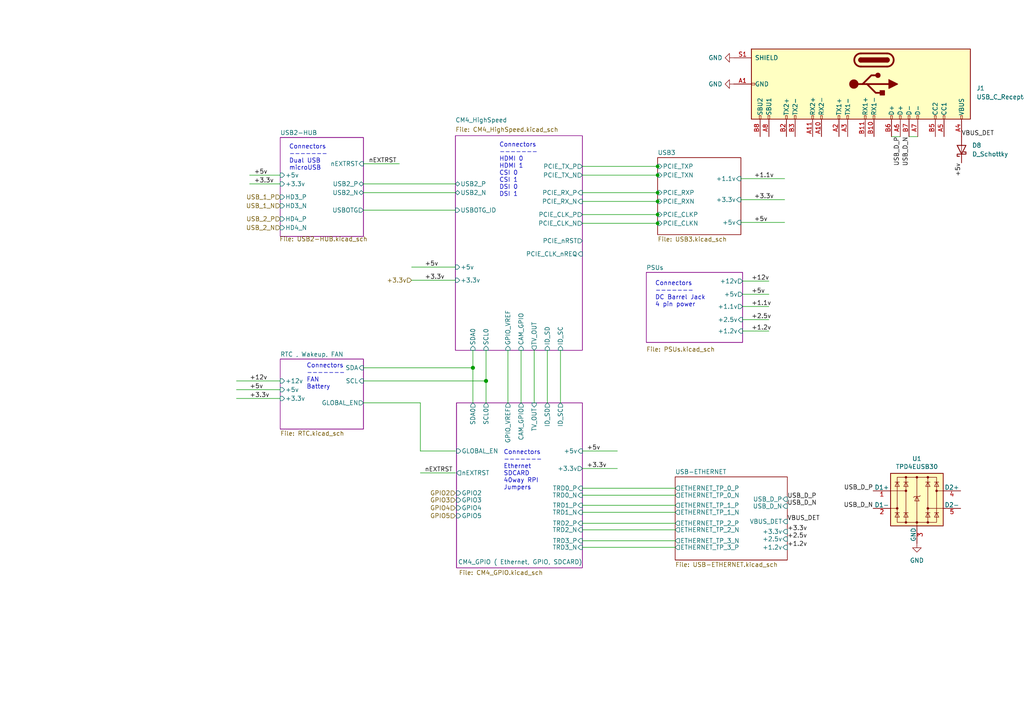
<source format=kicad_sch>
(kicad_sch (version 20210621) (generator eeschema)
  (paper "A4")
  (title_block (title "Compute Module 4 IO Board - Top Level") (rev "1") (company "(c) Raspberry Pi Trading 2020") (comment 1 "www.raspberrypi.org"))
  (lib_symbols
    (symbol "CM4IO:TPD4EUSB30" (pin_names (offset 0))
      (property "Reference" "U" (at -0.635 8.89 0))
      (property "Value" "TPD4EUSB30" (at 8.89 -10.16 0))
      (symbol "TPD4EUSB30_0_0"
        (rectangle (start -5.715 6.477) (end 5.715 -6.604))
        (polyline (pts (xy -3.175 -6.604) (xy -3.175 6.477)))
        (polyline (pts (xy 0 6.477) (xy 0 -6.604)))
        (polyline (pts (xy 3.175 6.477) (xy 3.175 -6.604)))
      )
      (symbol "TPD4EUSB30_0_1"
        (rectangle (start -7.62 7.62) (end 7.62 -7.62) (stroke (width 0.254)) (fill (type background)))
        (circle (center -5.715 -2.54) (radius 0.2794) (fill (type outline)))
        (circle (center -3.175 -6.604) (radius 0.2794) (fill (type outline)))
        (circle (center -3.175 2.54) (radius 0.2794) (fill (type outline)))
        (circle (center -3.175 6.477) (radius 0.2794) (fill (type outline)))
        (circle (center 0 -6.604) (radius 0.2794) (fill (type outline)))
        (polyline (pts (xy -7.747 2.54) (xy -3.175 2.54)))
        (polyline (pts (xy -7.62 -2.54) (xy -5.715 -2.54)))
        (polyline (pts (xy -5.08 -3.81) (xy -6.35 -3.81)))
        (polyline (pts (xy -5.08 5.08) (xy -6.35 5.08)))
        (polyline (pts (xy -2.54 -3.81) (xy -3.81 -3.81)))
        (polyline (pts (xy -2.54 5.08) (xy -3.81 5.08)))
        (polyline (pts (xy -0.635 0.889) (xy -1.016 0.635)))
        (polyline (pts (xy 0 -6.604) (xy 0 -7.62)))
        (polyline (pts (xy 0.635 0.889) (xy -0.635 0.889)))
        (polyline (pts (xy 0.635 0.889) (xy 1.016 1.143)))
        (polyline (pts (xy 3.81 -3.81) (xy 2.54 -3.81)))
        (polyline (pts (xy 3.81 5.08) (xy 2.54 5.08)))
        (polyline (pts (xy 6.35 -3.81) (xy 5.08 -3.81)))
        (polyline (pts (xy 6.35 5.08) (xy 5.08 5.08)))
        (polyline (pts (xy 7.62 -2.54) (xy 3.175 -2.54)))
        (polyline (pts (xy 7.62 2.54) (xy 5.715 2.54)))
        (polyline (pts (xy -5.08 -5.08) (xy -6.35 -5.08) (xy -5.715 -3.81) (xy -5.08 -5.08)))
        (polyline (pts (xy -5.08 3.81) (xy -6.35 3.81) (xy -5.715 5.08) (xy -5.08 3.81)))
        (polyline (pts (xy -2.54 -5.08) (xy -3.81 -5.08) (xy -3.175 -3.81) (xy -2.54 -5.08)))
        (polyline (pts (xy -2.54 3.81) (xy -3.81 3.81) (xy -3.175 5.08) (xy -2.54 3.81)))
        (polyline (pts (xy 0.635 -0.381) (xy -0.635 -0.381) (xy 0 0.889) (xy 0.635 -0.381)))
        (polyline (pts (xy 3.81 -5.08) (xy 2.54 -5.08) (xy 3.175 -3.81) (xy 3.81 -5.08)))
        (polyline (pts (xy 3.81 3.81) (xy 2.54 3.81) (xy 3.175 5.08) (xy 3.81 3.81)))
        (polyline (pts (xy 6.35 -5.08) (xy 5.08 -5.08) (xy 5.715 -3.81) (xy 6.35 -5.08)))
        (polyline (pts (xy 6.35 3.81) (xy 5.08 3.81) (xy 5.715 5.08) (xy 6.35 3.81)))
        (circle (center 0 6.477) (radius 0.2794) (fill (type outline)))
        (circle (center 3.175 -6.604) (radius 0.2794) (fill (type outline)))
        (circle (center 3.175 -2.54) (radius 0.2794) (fill (type outline)))
        (circle (center 3.175 6.477) (radius 0.2794) (fill (type outline)))
        (circle (center 5.715 2.54) (radius 0.2794) (fill (type outline)))
      )
      (symbol "TPD4EUSB30_1_1"
        (pin passive line (at -12.7 2.54 0) (length 5.08) (name "D1+") (number "1"))
        (pin passive line (at -12.7 2.54 0) (length 5.08) hide (name "~") (number "10"))
        (pin passive line (at -12.7 -2.54 0) (length 5.08) (name "D1-") (number "2"))
        (pin power_in line (at 0 -12.7 90) (length 5.08) (name "GND") (number "3"))
        (pin passive line (at 12.7 2.54 180) (length 5.08) (name "D2+") (number "4"))
        (pin passive line (at 12.7 -2.54 180) (length 5.08) (name "D2-") (number "5"))
        (pin passive line (at 12.7 -2.54 180) (length 5.08) hide (name "~") (number "6"))
        (pin passive line (at 12.7 2.54 180) (length 5.08) hide (name "~") (number "7"))
        (pin passive line (at 0 -12.7 90) (length 5.08) hide (name "GND") (number "8"))
        (pin passive line (at -12.7 -2.54 0) (length 5.08) hide (name "~") (number "9"))
      )
    )
    (symbol "Connector:USB_C_Receptacle" (pin_names (offset 1.016))
      (property "Reference" "J" (at -10.16 29.21 0))
      (property "Value" "USB_C_Receptacle" (at 10.16 29.21 0))
      (symbol "USB_C_Receptacle_0_0"
        (rectangle (start -0.254 -35.56) (end 0.254 -34.544))
        (rectangle (start 10.16 -32.766) (end 9.144 -33.274))
        (rectangle (start 10.16 -30.226) (end 9.144 -30.734))
        (rectangle (start 10.16 -25.146) (end 9.144 -25.654))
        (rectangle (start 10.16 -22.606) (end 9.144 -23.114))
        (rectangle (start 10.16 -17.526) (end 9.144 -18.034))
        (rectangle (start 10.16 -14.986) (end 9.144 -15.494))
        (rectangle (start 10.16 -9.906) (end 9.144 -10.414))
        (rectangle (start 10.16 -7.366) (end 9.144 -7.874))
        (rectangle (start 10.16 -2.286) (end 9.144 -2.794))
        (rectangle (start 10.16 0.254) (end 9.144 -0.254))
        (rectangle (start 10.16 5.334) (end 9.144 4.826))
        (rectangle (start 10.16 7.874) (end 9.144 7.366))
        (rectangle (start 10.16 10.414) (end 9.144 9.906))
        (rectangle (start 10.16 12.954) (end 9.144 12.446))
        (rectangle (start 10.16 18.034) (end 9.144 17.526))
        (rectangle (start 10.16 20.574) (end 9.144 20.066))
        (rectangle (start 10.16 25.654) (end 9.144 25.146))
      )
      (symbol "USB_C_Receptacle_0_1"
        (rectangle (start -10.16 27.94) (end 10.16 -35.56) (stroke (width 0.254)) (fill (type background)))
        (arc (start -8.89 -3.81) (mid -6.985 -5.715) (end -5.08 -3.81) (stroke (width 0.508)))
        (arc (start -7.62 -3.81) (mid -6.985 -4.445) (end -6.35 -3.81) (stroke (width 0.254)))
        (arc (start -7.62 -3.81) (mid -6.985 -4.445) (end -6.35 -3.81) (stroke (width 0.254)) (fill (type outline)))
        (rectangle (start -7.62 -3.81) (end -6.35 3.81) (stroke (width 0.254)) (fill (type outline)))
        (arc (start -6.35 3.81) (mid -6.985 4.445) (end -7.62 3.81) (stroke (width 0.254)))
        (arc (start -6.35 3.81) (mid -6.985 4.445) (end -7.62 3.81) (stroke (width 0.254)) (fill (type outline)))
        (arc (start -5.08 3.81) (mid -6.985 5.715) (end -8.89 3.81) (stroke (width 0.508)))
        (polyline (pts (xy -8.89 -3.81) (xy -8.89 3.81)) (stroke (width 0.508)))
        (polyline (pts (xy -5.08 3.81) (xy -5.08 -3.81)) (stroke (width 0.508)))
      )
      (symbol "USB_C_Receptacle_1_1"
        (circle (center -2.54 1.143) (radius 0.635) (stroke (width 0.254)) (fill (type outline)))
        (circle (center 0 -5.842) (radius 1.27) (fill (type outline)))
        (polyline (pts (xy 0 -5.842) (xy 0 4.318)) (stroke (width 0.508)))
        (polyline (pts (xy 0 -3.302) (xy -2.54 -0.762) (xy -2.54 0.508)) (stroke (width 0.508)))
        (polyline (pts (xy 0 -2.032) (xy 2.54 0.508) (xy 2.54 1.778)) (stroke (width 0.508)))
        (polyline (pts (xy -1.27 4.318) (xy 0 6.858) (xy 1.27 4.318) (xy -1.27 4.318)) (stroke (width 0.254)) (fill (type outline)))
        (rectangle (start 1.905 1.778) (end 3.175 3.048) (stroke (width 0.254)) (fill (type outline)))
        (pin passive line (at 0 -40.64 90) (length 5.08) (name "GND") (number "A1"))
        (pin bidirectional line (at 15.24 -15.24 180) (length 5.08) (name "RX2-") (number "A10"))
        (pin bidirectional line (at 15.24 -17.78 180) (length 5.08) (name "RX2+") (number "A11"))
        (pin passive line (at 0 -40.64 90) (length 5.08) hide (name "GND") (number "A12"))
        (pin bidirectional line (at 15.24 -10.16 180) (length 5.08) (name "TX1+") (number "A2"))
        (pin bidirectional line (at 15.24 -7.62 180) (length 5.08) (name "TX1-") (number "A3"))
        (pin passive line (at 15.24 25.4 180) (length 5.08) (name "VBUS") (number "A4"))
        (pin bidirectional line (at 15.24 20.32 180) (length 5.08) (name "CC1") (number "A5"))
        (pin bidirectional line (at 15.24 7.62 180) (length 5.08) (name "D+") (number "A6"))
        (pin bidirectional line (at 15.24 12.7 180) (length 5.08) (name "D-") (number "A7"))
        (pin bidirectional line (at 15.24 -30.48 180) (length 5.08) (name "SBU1") (number "A8"))
        (pin passive line (at 15.24 25.4 180) (length 5.08) hide (name "VBUS") (number "A9"))
        (pin passive line (at 0 -40.64 90) (length 5.08) hide (name "GND") (number "B1"))
        (pin bidirectional line (at 15.24 0 180) (length 5.08) (name "RX1-") (number "B10"))
        (pin bidirectional line (at 15.24 -2.54 180) (length 5.08) (name "RX1+") (number "B11"))
        (pin passive line (at 0 -40.64 90) (length 5.08) hide (name "GND") (number "B12"))
        (pin bidirectional line (at 15.24 -25.4 180) (length 5.08) (name "TX2+") (number "B2"))
        (pin bidirectional line (at 15.24 -22.86 180) (length 5.08) (name "TX2-") (number "B3"))
        (pin passive line (at 15.24 25.4 180) (length 5.08) hide (name "VBUS") (number "B4"))
        (pin bidirectional line (at 15.24 17.78 180) (length 5.08) (name "CC2") (number "B5"))
        (pin bidirectional line (at 15.24 5.08 180) (length 5.08) (name "D+") (number "B6"))
        (pin bidirectional line (at 15.24 10.16 180) (length 5.08) (name "D-") (number "B7"))
        (pin bidirectional line (at 15.24 -33.02 180) (length 5.08) (name "SBU2") (number "B8"))
        (pin passive line (at 15.24 25.4 180) (length 5.08) hide (name "VBUS") (number "B9"))
        (pin passive line (at -7.62 -40.64 90) (length 5.08) (name "SHIELD") (number "S1"))
      )
    )
    (symbol "Device:D_Schottky" (pin_numbers hide) (pin_names (offset 1.016) hide)
      (property "Reference" "D" (at 0 2.54 0))
      (property "Value" "D_Schottky" (at 0 -2.54 0))
      (symbol "D_Schottky_0_1"
        (polyline (pts (xy 1.27 0) (xy -1.27 0)))
        (polyline (pts (xy 1.27 1.27) (xy 1.27 -1.27) (xy -1.27 0) (xy 1.27 1.27)) (stroke (width 0.254)))
        (polyline (pts (xy -1.905 0.635) (xy -1.905 1.27) (xy -1.27 1.27) (xy -1.27 -1.27) (xy -0.635 -1.27) (xy -0.635 -0.635)) (stroke (width 0.254)))
      )
      (symbol "D_Schottky_1_1"
        (pin passive line (at -3.81 0 0) (length 2.54) (name "K") (number "1"))
        (pin passive line (at 3.81 0 180) (length 2.54) (name "A") (number "2"))
      )
    )
    (symbol "power:GND" (power) (pin_names (offset 0))
      (property "Value" "GND" (at 0 -3.81 0))
      (symbol "GND_0_1"
        (polyline (pts (xy 0 0) (xy 0 -1.27) (xy 1.27 -1.27) (xy 0 -2.54) (xy -1.27 -1.27) (xy 0 -1.27)))
      )
      (symbol "GND_1_1"
        (pin power_in line (at 0 0 270) (length 0) hide (name "GND") (number "1"))
      )
    )
  )
  (junction (at 190.7441 62.23))
  (junction (at 190.7441 58.42))
  (junction (at 140.97 110.49) (diameter 1.016))
  (junction (at 190.7441 55.88))
  (junction (at 137.16 106.68) (diameter 1.016))
  (junction (at 190.7441 64.77))
  (junction (at 190.7441 48.26))
  (junction (at 190.7441 50.8))
  (wire (pts (xy 68.58 113.03) (xy 81.28 113.03)))
  (wire (pts (xy 263.652 39.624) (xy 266.192 39.624)))
  (wire (pts (xy 168.91 156.845) (xy 195.834 156.845)))
  (wire (pts (xy 190.7441 55.88) (xy 190.754 55.88)))
  (wire (pts (xy 168.91 55.88) (xy 190.7441 55.88)))
  (wire (pts (xy 137.16 101.6) (xy 137.16 106.68)))
  (wire (pts (xy 215.392 81.534) (xy 223.012 81.534)))
  (wire (pts (xy 190.7441 62.23) (xy 190.754 62.23)))
  (wire (pts (xy 168.91 62.23) (xy 190.7441 62.23)))
  (wire (pts (xy 121.92 137.16) (xy 132.08 137.16)))
  (wire (pts (xy 105.41 47.498) (xy 115.824 47.498)))
  (wire (pts (xy 168.91 151.765) (xy 195.834 151.765)))
  (wire (pts (xy 121.92 130.81) (xy 121.92 116.84)))
  (wire (pts (xy 227.584 64.516) (xy 214.884 64.516)))
  (wire (pts (xy 227.584 57.912) (xy 214.884 57.912)))
  (wire (pts (xy 119.38 77.47) (xy 132.08 77.47)))
  (wire (pts (xy 105.41 116.84) (xy 121.92 116.84)))
  (wire (pts (xy 151.13 116.84) (xy 151.13 101.6)))
  (wire (pts (xy 168.91 141.605) (xy 195.834 141.605)))
  (wire (pts (xy 190.7441 50.8) (xy 190.754 50.8)))
  (wire (pts (xy 168.91 50.8) (xy 190.7441 50.8)))
  (wire (pts (xy 258.572 39.624) (xy 261.112 39.624)))
  (wire (pts (xy 105.41 53.34) (xy 132.08 53.34)))
  (wire (pts (xy 190.7441 64.77) (xy 190.754 64.77)))
  (wire (pts (xy 168.91 64.77) (xy 190.7441 64.77)))
  (wire (pts (xy 154.94 116.84) (xy 154.94 101.6)))
  (wire (pts (xy 68.58 110.49) (xy 81.28 110.49)))
  (wire (pts (xy 81.28 115.57) (xy 68.58 115.57)))
  (wire (pts (xy 105.41 60.96) (xy 132.08 60.96)))
  (wire (pts (xy 81.28 53.34) (xy 72.39 53.34)))
  (wire (pts (xy 81.28 50.8) (xy 72.39 50.8)))
  (wire (pts (xy 215.392 96.012) (xy 223.012 96.012)))
  (wire (pts (xy 158.75 101.6) (xy 158.75 116.84)))
  (wire (pts (xy 215.392 88.9) (xy 223.012 88.9)))
  (wire (pts (xy 227.584 51.816) (xy 214.884 51.816)))
  (wire (pts (xy 162.56 116.84) (xy 162.56 101.6)))
  (wire (pts (xy 168.91 153.67) (xy 195.834 153.67)))
  (wire (pts (xy 168.91 158.75) (xy 195.834 158.75)))
  (wire (pts (xy 105.41 106.68) (xy 137.16 106.68)))
  (wire (pts (xy 168.91 146.558) (xy 195.834 146.558)))
  (wire (pts (xy 105.41 55.88) (xy 132.08 55.88)))
  (wire (pts (xy 140.97 116.84) (xy 140.97 110.49)))
  (wire (pts (xy 168.91 135.89) (xy 179.07 135.89)))
  (wire (pts (xy 147.32 101.6) (xy 147.32 116.84)))
  (wire (pts (xy 215.392 85.344) (xy 223.012 85.344)))
  (wire (pts (xy 105.41 110.49) (xy 140.97 110.49)))
  (wire (pts (xy 190.7441 58.42) (xy 190.754 58.42)))
  (wire (pts (xy 168.91 58.42) (xy 190.7441 58.42)))
  (wire (pts (xy 168.91 148.59) (xy 195.834 148.59)))
  (wire (pts (xy 179.07 130.81) (xy 168.91 130.81)))
  (wire (pts (xy 137.16 106.68) (xy 137.16 116.84)))
  (wire (pts (xy 140.97 110.49) (xy 140.97 101.6)))
  (wire (pts (xy 168.91 143.637) (xy 195.834 143.637)))
  (wire (pts (xy 168.91 48.26) (xy 190.7441 48.26)))
  (wire (pts (xy 190.7441 48.26) (xy 190.754 48.26)))
  (wire (pts (xy 132.08 130.81) (xy 121.92 130.81)))
  (wire (pts (xy 132.08 81.28) (xy 119.38 81.28)))
  (wire (pts (xy 215.392 92.71) (xy 223.012 92.71)))
  (text "Connectors\n-------\nHDMI 0\nHDMI 1\nCSI 0\nCSI 1\nDSI 0\nDSI 1" (at 144.78 57.15 0) (effects (font (size 1.27 1.27)) (justify left bottom)))
  (text "Connectors\n-------\nDual USB\nmicroUSB" (at 83.82 49.53 0) (effects (font (size 1.27 1.27)) (justify left bottom)))
  (text "Connectors\n-------\nFAN\nBattery" (at 88.9 113.03 0) (effects (font (size 1.27 1.27)) (justify left bottom)))
  (text "Connectors\n-------\nEthernet\nSDCARD\n40way RPI\nJumpers" (at 146.05 142.24 0) (effects (font (size 1.27 1.27)) (justify left bottom)))
  (text "Connectors\n-------\nDC Barrel Jack\n4 pin power" (at 189.992 89.154 0) (effects (font (size 1.27 1.27)) (justify left bottom)))
  (label "+1.2v" (at 217.932 96.012 0))
  (label "USB_D_P" (at 261.112 39.624 270))
  (label "+1.2v" (at 228.346 158.75 0))
  (label "+5v" (at 170.18 130.81 0))
  (label "USB_D_N" (at 253.238 147.447 180))
  (label "+3.3v" (at 228.346 154.178 0))
  (label "+5v" (at 278.892 47.244 270))
  (label "+1.1v" (at 217.932 88.9 0))
  (label "+2.5v" (at 217.932 92.71 0))
  (label "USB_D_P" (at 228.346 144.78 0))
  (label "+3.3v" (at 123.19 81.28 0))
  (label "+3.3v" (at 72.39 115.57 0))
  (label "+12v" (at 217.932 81.534 0))
  (label "+3.3v" (at 218.694 57.912 0))
  (label "+2.5v" (at 228.346 156.337 0))
  (label "+1.1v" (at 218.694 51.816 0))
  (label "+5v" (at 217.932 85.344 0))
  (label "USB_D_P" (at 253.238 142.367 180))
  (label "USB_D_N" (at 263.652 39.624 270))
  (label "USB_D_N" (at 228.346 146.812 0))
  (label "nEXTRST" (at 106.934 47.498 0))
  (label "+3.3v" (at 73.66 53.34 0))
  (label "VBUS_DET" (at 228.346 151.257 0))
  (label "+3.3v" (at 170.18 135.89 0))
  (label "nEXTRST" (at 123.19 137.16 0))
  (label "+5v" (at 218.694 64.516 0))
  (label "+5v" (at 72.39 113.03 0))
  (label "+12v" (at 72.39 110.49 0))
  (label "VBUS_DET" (at 278.892 39.624 0))
  (label "+5v" (at 73.66 50.8 0))
  (label "+5v" (at 123.19 77.47 0))
  (hierarchical_label "GPIO5" (shape input) (at 132.08 149.606 180))
  (hierarchical_label "GPIO4" (shape input) (at 132.08 147.32 180))
  (hierarchical_label "GPIO3" (shape input) (at 132.08 145.034 180))
  (hierarchical_label "+3.3v" (shape input) (at 119.38 81.28 180))
  (hierarchical_label "USB_1_N" (shape input) (at 81.28 59.69 180))
  (hierarchical_label "USB_2_P" (shape input) (at 81.28 63.5 180))
  (hierarchical_label "GPIO2" (shape input) (at 132.08 143.002 180))
  (hierarchical_label "USB_1_P" (shape input) (at 81.28 57.15 180))
  (hierarchical_label "USB_2_N" (shape input) (at 81.28 66.04 180))
  (symbol (lib_id "power:GND") (at 212.852 16.764 270) (unit 1)
    (property "Reference" "#PWR04" (effects hide))
    (property "Value" "GND" (at 209.55 16.7639 90) (effects (justify right)))
  )
  (symbol (lib_id "CM4IO:TPD4EUSB30") (at 265.938 144.907 0) (unit 1)
    (property "Reference" "U1" (at 265.938 133.0452 0))
    (property "Value" "TPD4EUSB30" (at 265.938 135.3566 0))
    (property "Footprint" "Package_SON:USON-10_2.5x1.0mm_P0.5mm" (effects hide))
    (property "Datasheet" "http://www.ti.com/lit/ds/symlink/tpd2eusb30a.pdf" (effects hide))
    (property "Field4" "Farnell" (effects hide))
    (property "Field5" "2335455" (effects hide))
    (property "Field6" "CDDFN10-3324P-13" (effects hide))
    (property "Field7" "Bourns" (effects hide))
    (property "Field8" "UDIO00346" (effects hide))
    (property "Part Description" "Quad TVS diode for high speed signals (USB3, GigE etc.)" (effects hide))
  )
  (symbol (lib_id "Connector:USB_C_Receptacle") (at 253.492 24.384 270) (unit 1)
    (property "Reference" "J1" (at 283.21 25.5904 90) (effects (justify left)))
    (property "Value" "USB_C_Receptacle" (at 283.21 28.1304 90) (effects (justify left)))
    (property "Footprint" "Connector_USB:USB_C_Receptacle_JAE_DX07S024WJ1R350" (effects hide))
    (property "Datasheet" "https://www.usb.org/sites/default/files/documents/usb_type-c.zip" (effects hide))
  )
  (symbol (lib_id "Device:D_Schottky") (at 278.892 43.434 90) (unit 1)
    (property "Reference" "D8" (at 281.94 42.1639 90) (effects (justify right)))
    (property "Value" "D_Schottky" (at 281.94 44.7039 90) (effects (justify right)))
    (property "Footprint" "Diode_SMD:D_1210_3225Metric" (effects hide))
  )
  (symbol (lib_id "power:GND") (at 265.938 157.607 0) (unit 1)
    (property "Reference" "#PWR0138" (effects hide))
    (property "Value" "GND" (at 265.938 162.56 0))
  )
  (symbol (lib_id "power:GND") (at 212.852 24.384 270) (unit 1)
    (property "Reference" "#PWR05" (effects hide))
    (property "Value" "GND" (at 209.55 24.3839 90) (effects (justify right)))
  )
  (sheet (at 132.4102 116.84) (size 36.4998 47.8536) (stroke (width 0.1524) (color 132 0 132 1)) (fill (color 255 255 255 0.0000))
    (property "Sheet name" "CM4_GPIO ( Ethernet, GPIO, SDCARD)" (at 132.842 163.7284 0) (effects (justify left bottom)))
    (property "Sheet file" "CM4_GPIO.kicad_sch" (at 133.0706 165.354 0) (effects (justify left top)))
    (pin "ID_SC" output (at 162.56 116.84 90))
    (pin "ID_SD" output (at 158.75 116.84 90))
    (pin "CAM_GPIO" output (at 151.13 116.84 90))
    (pin "SCL0" output (at 140.97 116.84 90))
    (pin "SDA0" output (at 137.16 116.84 90))
    (pin "+5v" input (at 168.91 130.81 0))
    (pin "+3.3v" output (at 168.91 135.89 0))
    (pin "nEXTRST" output (at 132.4102 137.16 180))
    (pin "GLOBAL_EN" input (at 132.4102 130.81 180))
    (pin "GPIO_VREF" output (at 147.32 116.84 90))
    (pin "TV_OUT" input (at 154.94 116.84 90))
    (pin "GPIO3" input (at 132.4102 145.034 180))
    (pin "GPIO4" input (at 132.4102 147.32 180))
    (pin "GPIO2" input (at 132.4102 143.002 180))
    (pin "GPIO5" input (at 132.4102 149.606 180))
    (pin "TRD3_P" input (at 168.91 156.845 0))
    (pin "TRD2_P" input (at 168.91 151.765 0))
    (pin "TRD0_N" input (at 168.91 143.637 0))
    (pin "TRD0_P" input (at 168.91 141.605 0))
    (pin "TRD2_N" input (at 168.91 153.67 0))
    (pin "TRD3_N" input (at 168.91 158.75 0))
    (pin "TRD1_P" input (at 168.91 146.558 0))
    (pin "TRD1_N" input (at 168.91 148.59 0))
  )
  (sheet (at 132.08 39.37) (size 36.83 62.23) (stroke (width 0.1524) (color 132 0 132 1)) (fill (color 255 255 255 0.0000))
    (property "Sheet name" "CM4_HighSpeed" (at 132.08 35.56 0) (effects (justify left bottom)))
    (property "Sheet file" "CM4_HighSpeed.kicad_sch" (at 132.08 36.83 0) (effects (justify left top)))
    (pin "USB2_N" bidirectional (at 132.08 55.88 180))
    (pin "USB2_P" bidirectional (at 132.08 53.34 180))
    (pin "ID_SC" input (at 162.56 101.6 270))
    (pin "ID_SD" input (at 158.75 101.6 270))
    (pin "CAM_GPIO" input (at 151.13 101.6 270))
    (pin "SCL0" input (at 140.97 101.6 270))
    (pin "SDA0" input (at 137.16 101.6 270))
    (pin "+5v" input (at 132.08 77.47 180))
    (pin "PCIE_CLK_P" output (at 168.91 62.23 0))
    (pin "PCIE_CLK_N" output (at 168.91 64.77 0))
    (pin "PCIE_TX_P" output (at 168.91 48.26 0))
    (pin "PCIE_TX_N" output (at 168.91 50.8 0))
    (pin "PCIE_nRST" output (at 168.91 69.85 0))
    (pin "PCIE_RX_P" input (at 168.91 55.88 0))
    (pin "PCIE_RX_N" input (at 168.91 58.42 0))
    (pin "PCIE_CLK_nREQ" input (at 168.91 73.66 0))
    (pin "+3.3v" input (at 132.08 81.28 180))
    (pin "USBOTG_ID" input (at 132.08 60.96 180))
    (pin "GPIO_VREF" input (at 147.32 101.6 270))
    (pin "TV_OUT" output (at 154.94 101.6 270))
  )
  (sheet (at 187.452 78.994) (size 27.94 20.32) (stroke (width 0.1524) (color 132 0 132 1)) (fill (color 255 255 255 0.0000))
    (property "Sheet name" "PSUs" (at 187.452 78.3585 0) (effects (justify left bottom)))
    (property "Sheet file" "PSUs.kicad_sch" (at 187.452 100.584 0) (effects (justify left top)))
    (pin "+5v" output (at 215.392 85.344 0))
    (pin "+12v" output (at 215.392 81.534 0))
    (pin "+1.1v" output (at 215.392 88.9 0))
    (pin "+2.5v" input (at 215.392 92.71 0))
    (pin "+1.2v" input (at 215.392 96.012 0))
  )
  (sheet (at 81.28 39.878) (size 24.13 28.702) (stroke (width 0.1524) (color 132 0 132 1)) (fill (color 255 255 255 0.0000))
    (property "Sheet name" "USB2-HUB" (at 81.28 39.2425 0) (effects (justify left bottom)))
    (property "Sheet file" "USB2-HUB.kicad_sch" (at 81.026 68.58 0) (effects (justify left top)))
    (pin "USB2_N" bidirectional (at 105.41 55.88 0))
    (pin "USB2_P" bidirectional (at 105.41 53.34 0))
    (pin "+5v" input (at 81.28 50.8 180))
    (pin "+3.3v" input (at 81.28 53.34 180))
    (pin "nEXTRST" input (at 105.41 47.498 0))
    (pin "USBOTG" output (at 105.41 60.96 0))
    (pin "HD4_N" input (at 81.28 66.04 180))
    (pin "HD3_P" input (at 81.28 57.15 180))
    (pin "HD3_N" input (at 81.28 59.69 180))
    (pin "HD4_P" input (at 81.28 63.5 180))
  )
  (sheet (at 81.28 104.14) (size 24.13 20.32) (stroke (width 0.1524) (color 132 0 132 1)) (fill (color 255 255 255 0.0000))
    (property "Sheet name" "RTC , Wakeup, FAN" (at 81.28 103.5045 0) (effects (justify left bottom)))
    (property "Sheet file" "RTC.kicad_sch" (at 81.28 124.9685 0) (effects (justify left top)))
    (pin "SCL" input (at 105.41 110.49 0))
    (pin "SDA" input (at 105.41 106.68 0))
    (pin "+5v" input (at 81.28 113.03 180))
    (pin "+3.3v" input (at 81.28 115.57 180))
    (pin "GLOBAL_EN" output (at 105.41 116.84 0))
    (pin "+12v" input (at 81.28 110.49 180))
  )
  (sheet (at 195.834 138.303) (size 32.512 24.13) (stroke (width 0.1524))
    (property "Sheet name" "USB-ETHERNET" (at 195.834 137.5914 0) (effects (justify left bottom)))
    (property "Sheet file" "USB-ETHERNET.kicad_sch" (at 195.834 163.0176 0) (effects (justify left top)))
    (pin "ETHERNET_TP_3_N" output (at 195.834 156.845 180))
    (pin "ETHERNET_TP_2_P" output (at 195.834 151.765 180))
    (pin "ETHERNET_TP_0_P" output (at 195.834 141.605 180))
    (pin "ETHERNET_TP_0_N" output (at 195.834 143.637 180))
    (pin "USB_D_P" input (at 228.346 144.78 0))
    (pin "USB_D_N" input (at 228.346 146.812 0))
    (pin "VBUS_DET" input (at 228.346 151.257 0))
    (pin "+3.3v" input (at 228.346 154.178 0))
    (pin "+2.5v" input (at 228.346 156.337 0))
    (pin "+1.2v" input (at 228.346 158.75 0))
    (pin "ETHERNET_TP_1_N" output (at 195.834 148.59 180))
    (pin "ETHERNET_TP_1_P" output (at 195.834 146.558 180))
    (pin "ETHERNET_TP_2_N" output (at 195.834 153.67 180))
    (pin "ETHERNET_TP_3_P" output (at 195.834 158.75 180))
  )
  (sheet (at 190.7441 45.72) (size 24.1399 22.352) (stroke (width 0.1524))
    (property "Sheet name" "USB3" (at 190.7441 45.0084 0) (effects (justify left bottom)))
    (property "Sheet file" "USB3.kicad_sch" (at 190.7441 68.6566 0) (effects (justify left top)))
    (pin "PCIE_CLKN" input (at 190.7441 64.77 180))
    (pin "PCIE_CLKP" input (at 190.7441 62.23 180))
    (pin "PCIE_TXP" input (at 190.7441 48.26 180))
    (pin "PCIE_TXN" input (at 190.7441 50.8 180))
    (pin "PCIE_RXP" input (at 190.7441 55.88 180))
    (pin "PCIE_RXN" input (at 190.7441 58.42 180))
    (pin "+1.1v" input (at 214.884 51.816 0))
    (pin "+3.3v" input (at 214.884 57.912 0))
    (pin "+5v" input (at 214.884 64.516 0))
  )
)
</source>
